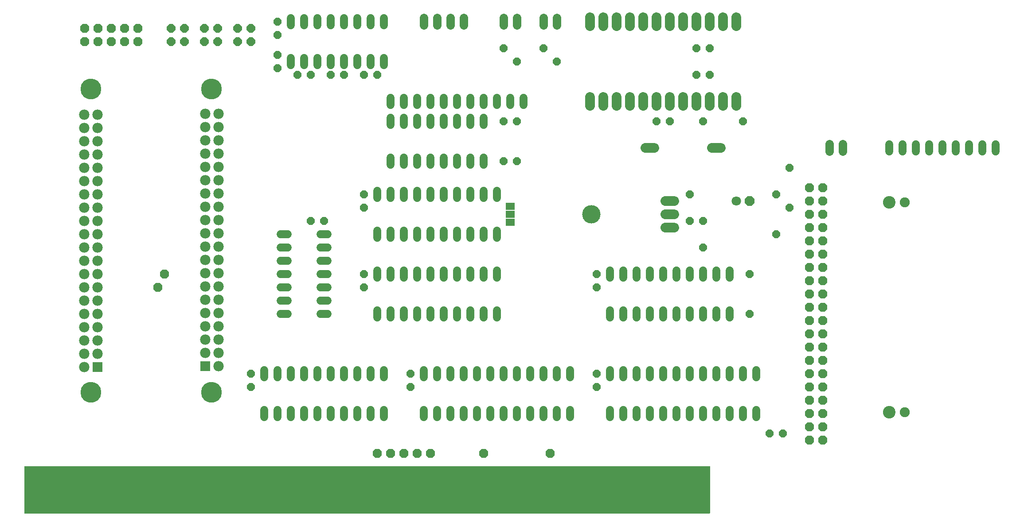
<source format=gbs>
G04 EAGLE Gerber RS-274X export*
G75*
%MOMM*%
%FSLAX34Y34*%
%LPD*%
%INSoldermask Bottom*%
%IPPOS*%
%AMOC8*
5,1,8,0,0,1.08239X$1,22.5*%
G01*
%ADD10R,1.983200X7.823200*%
%ADD11C,1.524000*%
%ADD12P,1.869504X8X22.500000*%
%ADD13C,1.625600*%
%ADD14P,1.649562X8X22.500000*%
%ADD15P,1.649562X8X112.500000*%
%ADD16R,1.981200X1.981200*%
%ADD17C,1.981200*%
%ADD18C,3.969200*%
%ADD19P,1.951982X8X22.500000*%
%ADD20C,1.803400*%
%ADD21P,1.649562X8X292.500000*%
%ADD22P,1.649562X8X202.500000*%
%ADD23R,1.803400X1.371600*%
%ADD24C,1.853200*%
%ADD25C,1.879600*%
%ADD26P,1.759533X8X22.500000*%
%ADD27C,3.505200*%
%ADD28C,1.903200*%
%ADD29C,2.403200*%
%ADD30P,1.869504X8X292.500000*%

G36*
X1308120Y-758D02*
X1308120Y-758D01*
X1308139Y-760D01*
X1308241Y-738D01*
X1308343Y-722D01*
X1308360Y-712D01*
X1308380Y-708D01*
X1308469Y-655D01*
X1308560Y-606D01*
X1308574Y-592D01*
X1308591Y-582D01*
X1308658Y-503D01*
X1308730Y-428D01*
X1308738Y-410D01*
X1308751Y-395D01*
X1308790Y-299D01*
X1308833Y-205D01*
X1308835Y-185D01*
X1308843Y-167D01*
X1308861Y0D01*
X1308861Y88900D01*
X1308858Y88920D01*
X1308860Y88939D01*
X1308838Y89041D01*
X1308822Y89143D01*
X1308812Y89160D01*
X1308808Y89180D01*
X1308755Y89269D01*
X1308706Y89360D01*
X1308692Y89374D01*
X1308682Y89391D01*
X1308603Y89458D01*
X1308528Y89530D01*
X1308510Y89538D01*
X1308495Y89551D01*
X1308399Y89590D01*
X1308305Y89633D01*
X1308285Y89635D01*
X1308267Y89643D01*
X1308100Y89661D01*
X0Y89661D01*
X-20Y89658D01*
X-39Y89660D01*
X-141Y89638D01*
X-243Y89622D01*
X-260Y89612D01*
X-280Y89608D01*
X-369Y89555D01*
X-460Y89506D01*
X-474Y89492D01*
X-491Y89482D01*
X-558Y89403D01*
X-630Y89328D01*
X-638Y89310D01*
X-651Y89295D01*
X-690Y89199D01*
X-733Y89105D01*
X-735Y89085D01*
X-743Y89067D01*
X-761Y88900D01*
X-761Y0D01*
X-758Y-20D01*
X-760Y-39D01*
X-738Y-141D01*
X-722Y-243D01*
X-712Y-260D01*
X-708Y-280D01*
X-655Y-369D01*
X-606Y-460D01*
X-592Y-474D01*
X-582Y-491D01*
X-503Y-558D01*
X-428Y-630D01*
X-410Y-638D01*
X-395Y-651D01*
X-299Y-690D01*
X-205Y-733D01*
X-185Y-735D01*
X-167Y-743D01*
X0Y-761D01*
X1308100Y-761D01*
X1308120Y-758D01*
G37*
D10*
X33380Y40872D03*
X58780Y40872D03*
X84180Y40872D03*
X109580Y40872D03*
X134980Y40872D03*
X160380Y40872D03*
X185780Y40872D03*
X211180Y40872D03*
X236580Y40872D03*
X261980Y40872D03*
X287380Y40872D03*
X312780Y40872D03*
X338180Y40872D03*
X363580Y40872D03*
X388980Y40872D03*
X414380Y40872D03*
X439780Y40872D03*
X465180Y40872D03*
X490580Y40872D03*
X515980Y40872D03*
X541380Y40872D03*
X566780Y40872D03*
X592180Y40872D03*
X617580Y40872D03*
X642980Y40872D03*
X668380Y40872D03*
X693780Y40872D03*
X719180Y40872D03*
X744580Y40872D03*
X769980Y40872D03*
X795380Y40872D03*
X820780Y40872D03*
X846180Y40872D03*
X871580Y40872D03*
X896980Y40872D03*
X922380Y40872D03*
X947780Y40872D03*
X973180Y40872D03*
X998580Y40872D03*
X1023980Y40872D03*
X1049380Y40872D03*
X1074780Y40872D03*
X1100180Y40872D03*
X1125580Y40872D03*
X1150980Y40872D03*
X1176380Y40872D03*
X1201780Y40872D03*
X1227180Y40872D03*
X1252580Y40872D03*
X1277980Y40872D03*
D11*
X762000Y183896D02*
X762000Y197104D01*
X787400Y197104D02*
X787400Y183896D01*
X812800Y183896D02*
X812800Y197104D01*
X838200Y197104D02*
X838200Y183896D01*
X863600Y183896D02*
X863600Y197104D01*
X889000Y197104D02*
X889000Y183896D01*
X914400Y183896D02*
X914400Y197104D01*
X939800Y197104D02*
X939800Y183896D01*
X965200Y183896D02*
X965200Y197104D01*
X990600Y197104D02*
X990600Y183896D01*
X1016000Y183896D02*
X1016000Y197104D01*
X1041400Y197104D02*
X1041400Y183896D01*
X1041400Y260096D02*
X1041400Y273304D01*
X1016000Y273304D02*
X1016000Y260096D01*
X990600Y260096D02*
X990600Y273304D01*
X965200Y273304D02*
X965200Y260096D01*
X939800Y260096D02*
X939800Y273304D01*
X914400Y273304D02*
X914400Y260096D01*
X889000Y260096D02*
X889000Y273304D01*
X863600Y273304D02*
X863600Y260096D01*
X838200Y260096D02*
X838200Y273304D01*
X812800Y273304D02*
X812800Y260096D01*
X787400Y260096D02*
X787400Y273304D01*
X762000Y273304D02*
X762000Y260096D01*
D12*
X876300Y114300D03*
D13*
X939800Y932688D02*
X939800Y946912D01*
X914400Y946912D02*
X914400Y932688D01*
X1016000Y932688D02*
X1016000Y946912D01*
X990600Y946912D02*
X990600Y932688D01*
D14*
X914400Y889000D03*
X990600Y889000D03*
X939800Y863600D03*
X1016000Y863600D03*
D12*
X723900Y114300D03*
X1003300Y114300D03*
X698500Y114300D03*
X749300Y114300D03*
X673100Y114300D03*
X774700Y114300D03*
D11*
X501904Y533400D02*
X488696Y533400D01*
X488696Y508000D02*
X501904Y508000D01*
X501904Y381000D02*
X488696Y381000D01*
X564896Y381000D02*
X578104Y381000D01*
X501904Y482600D02*
X488696Y482600D01*
X488696Y457200D02*
X501904Y457200D01*
X501904Y406400D02*
X488696Y406400D01*
X488696Y431800D02*
X501904Y431800D01*
X564896Y406400D02*
X578104Y406400D01*
X578104Y431800D02*
X564896Y431800D01*
X564896Y457200D02*
X578104Y457200D01*
X578104Y482600D02*
X564896Y482600D01*
X564896Y508000D02*
X578104Y508000D01*
X578104Y533400D02*
X564896Y533400D01*
X698500Y666496D02*
X698500Y679704D01*
X723900Y679704D02*
X723900Y666496D01*
X850900Y666496D02*
X850900Y679704D01*
X876300Y679704D02*
X876300Y666496D01*
X749300Y666496D02*
X749300Y679704D01*
X774700Y679704D02*
X774700Y666496D01*
X825500Y666496D02*
X825500Y679704D01*
X800100Y679704D02*
X800100Y666496D01*
X876300Y742696D02*
X876300Y755904D01*
X850900Y755904D02*
X850900Y742696D01*
X825500Y742696D02*
X825500Y755904D01*
X800100Y755904D02*
X800100Y742696D01*
X774700Y742696D02*
X774700Y755904D01*
X749300Y755904D02*
X749300Y742696D01*
X723900Y742696D02*
X723900Y755904D01*
X698500Y755904D02*
X698500Y742696D01*
D15*
X939800Y673100D03*
X939800Y749300D03*
X914400Y673100D03*
X914400Y749300D03*
D11*
X673100Y540004D02*
X673100Y526796D01*
X698500Y526796D02*
X698500Y540004D01*
X825500Y540004D02*
X825500Y526796D01*
X850900Y526796D02*
X850900Y540004D01*
X723900Y540004D02*
X723900Y526796D01*
X749300Y526796D02*
X749300Y540004D01*
X800100Y540004D02*
X800100Y526796D01*
X774700Y526796D02*
X774700Y540004D01*
X876300Y540004D02*
X876300Y526796D01*
X901700Y526796D02*
X901700Y540004D01*
X901700Y602996D02*
X901700Y616204D01*
X876300Y616204D02*
X876300Y602996D01*
X850900Y602996D02*
X850900Y616204D01*
X825500Y616204D02*
X825500Y602996D01*
X800100Y602996D02*
X800100Y616204D01*
X774700Y616204D02*
X774700Y602996D01*
X749300Y602996D02*
X749300Y616204D01*
X723900Y616204D02*
X723900Y602996D01*
X698500Y602996D02*
X698500Y616204D01*
X673100Y616204D02*
X673100Y602996D01*
D16*
X139000Y279400D03*
D17*
X113600Y279400D03*
X139000Y304800D03*
X113600Y304800D03*
X139000Y330200D03*
X113600Y330200D03*
X139000Y355600D03*
X113600Y355600D03*
X139000Y381000D03*
X113600Y381000D03*
X139000Y406400D03*
X113600Y406400D03*
X139000Y431800D03*
X113600Y431800D03*
X139000Y457200D03*
X113600Y457200D03*
X139000Y482600D03*
X113600Y482600D03*
X139000Y508000D03*
X113600Y508000D03*
X139000Y533400D03*
X113600Y533400D03*
X139000Y558800D03*
X113600Y558800D03*
X139000Y584200D03*
X113600Y584200D03*
X139000Y609600D03*
X113600Y609600D03*
X139000Y635000D03*
X113600Y635000D03*
X139000Y660400D03*
X113600Y660400D03*
X139000Y685800D03*
X113600Y685800D03*
X139000Y711200D03*
X113600Y711200D03*
X139000Y736600D03*
X113600Y736600D03*
X139000Y762000D03*
X113600Y762000D03*
D18*
X356300Y230700D03*
X126300Y230700D03*
X126300Y810700D03*
X356300Y810700D03*
D19*
X1384300Y596900D03*
D20*
X1358900Y596900D03*
D11*
X673100Y387604D02*
X673100Y374396D01*
X698500Y374396D02*
X698500Y387604D01*
X825500Y387604D02*
X825500Y374396D01*
X850900Y374396D02*
X850900Y387604D01*
X723900Y387604D02*
X723900Y374396D01*
X749300Y374396D02*
X749300Y387604D01*
X800100Y387604D02*
X800100Y374396D01*
X774700Y374396D02*
X774700Y387604D01*
X876300Y387604D02*
X876300Y374396D01*
X901700Y374396D02*
X901700Y387604D01*
X901700Y450596D02*
X901700Y463804D01*
X876300Y463804D02*
X876300Y450596D01*
X850900Y450596D02*
X850900Y463804D01*
X825500Y463804D02*
X825500Y450596D01*
X800100Y450596D02*
X800100Y463804D01*
X774700Y463804D02*
X774700Y450596D01*
X749300Y450596D02*
X749300Y463804D01*
X723900Y463804D02*
X723900Y450596D01*
X698500Y450596D02*
X698500Y463804D01*
X673100Y463804D02*
X673100Y450596D01*
D16*
X344660Y280550D03*
D17*
X370060Y280550D03*
X344660Y305950D03*
X370060Y305950D03*
X344660Y331350D03*
X370060Y331350D03*
X344660Y356750D03*
X370060Y356750D03*
X344660Y382150D03*
X370060Y382150D03*
X344660Y407550D03*
X370060Y407550D03*
X344660Y432950D03*
X370060Y432950D03*
X344660Y458350D03*
X370060Y458350D03*
X344660Y483750D03*
X370060Y483750D03*
X344660Y509150D03*
X370060Y509150D03*
X344660Y534550D03*
X370060Y534550D03*
X344660Y559950D03*
X370060Y559950D03*
X344660Y585350D03*
X370060Y585350D03*
X344660Y610750D03*
X370060Y610750D03*
X344660Y636150D03*
X370060Y636150D03*
X344660Y661550D03*
X370060Y661550D03*
X344660Y686950D03*
X370060Y686950D03*
X344660Y712350D03*
X370060Y712350D03*
X344660Y737750D03*
X370060Y737750D03*
X344660Y763150D03*
X370060Y763150D03*
D14*
X1422400Y152400D03*
X1447800Y152400D03*
D21*
X647700Y609600D03*
X647700Y584200D03*
X647700Y457200D03*
X647700Y431800D03*
D22*
X1308100Y889000D03*
X1282700Y889000D03*
D21*
X736600Y266700D03*
X736600Y241300D03*
X1092200Y266700D03*
X1092200Y241300D03*
D23*
X927100Y556260D03*
X927100Y571500D03*
X927100Y586740D03*
D24*
X1358900Y931550D02*
X1358900Y948050D01*
X1333500Y948050D02*
X1333500Y931550D01*
X1308100Y931550D02*
X1308100Y948050D01*
X1282700Y948050D02*
X1282700Y931550D01*
X1257300Y931550D02*
X1257300Y948050D01*
X1231900Y948050D02*
X1231900Y931550D01*
X1206500Y931550D02*
X1206500Y948050D01*
X1181100Y948050D02*
X1181100Y931550D01*
X1155700Y931550D02*
X1155700Y948050D01*
X1130300Y948050D02*
X1130300Y931550D01*
X1104900Y931550D02*
X1104900Y948050D01*
X1079500Y948050D02*
X1079500Y931550D01*
X1079500Y795650D02*
X1079500Y779150D01*
X1104900Y779150D02*
X1104900Y795650D01*
X1130300Y795650D02*
X1130300Y779150D01*
X1155700Y779150D02*
X1155700Y795650D01*
X1181100Y795650D02*
X1181100Y779150D01*
X1206500Y779150D02*
X1206500Y795650D01*
X1231900Y795650D02*
X1231900Y779150D01*
X1257300Y779150D02*
X1257300Y795650D01*
X1282700Y795650D02*
X1282700Y779150D01*
X1308100Y779150D02*
X1308100Y795650D01*
X1333500Y795650D02*
X1333500Y779150D01*
X1358900Y779150D02*
X1358900Y795650D01*
D14*
X1295400Y749300D03*
X1371600Y749300D03*
D22*
X1231900Y749300D03*
X1206500Y749300D03*
D25*
X1202182Y698500D02*
X1185418Y698500D01*
X1312418Y698500D02*
X1329182Y698500D01*
D21*
X1092200Y457200D03*
X1092200Y431800D03*
D12*
X254000Y431800D03*
X266700Y457200D03*
D11*
X457200Y197104D02*
X457200Y183896D01*
X482600Y183896D02*
X482600Y197104D01*
X609600Y197104D02*
X609600Y183896D01*
X635000Y183896D02*
X635000Y197104D01*
X508000Y197104D02*
X508000Y183896D01*
X533400Y183896D02*
X533400Y197104D01*
X584200Y197104D02*
X584200Y183896D01*
X558800Y183896D02*
X558800Y197104D01*
X660400Y197104D02*
X660400Y183896D01*
X685800Y183896D02*
X685800Y197104D01*
X685800Y260096D02*
X685800Y273304D01*
X660400Y273304D02*
X660400Y260096D01*
X635000Y260096D02*
X635000Y273304D01*
X609600Y273304D02*
X609600Y260096D01*
X584200Y260096D02*
X584200Y273304D01*
X558800Y273304D02*
X558800Y260096D01*
X533400Y260096D02*
X533400Y273304D01*
X508000Y273304D02*
X508000Y260096D01*
X482600Y260096D02*
X482600Y273304D01*
X457200Y273304D02*
X457200Y260096D01*
D21*
X431800Y266700D03*
X431800Y241300D03*
D11*
X508000Y856996D02*
X508000Y870204D01*
X533400Y870204D02*
X533400Y856996D01*
X660400Y856996D02*
X660400Y870204D01*
X685800Y870204D02*
X685800Y856996D01*
X558800Y856996D02*
X558800Y870204D01*
X584200Y870204D02*
X584200Y856996D01*
X635000Y856996D02*
X635000Y870204D01*
X609600Y870204D02*
X609600Y856996D01*
X685800Y933196D02*
X685800Y946404D01*
X660400Y946404D02*
X660400Y933196D01*
X635000Y933196D02*
X635000Y946404D01*
X609600Y946404D02*
X609600Y933196D01*
X584200Y933196D02*
X584200Y946404D01*
X558800Y946404D02*
X558800Y933196D01*
X533400Y933196D02*
X533400Y946404D01*
X508000Y946404D02*
X508000Y933196D01*
D14*
X520700Y838200D03*
X546100Y838200D03*
X584200Y838200D03*
X609600Y838200D03*
D15*
X482600Y850900D03*
X482600Y876300D03*
D22*
X673100Y838200D03*
X647700Y838200D03*
D15*
X482600Y914400D03*
X482600Y939800D03*
D26*
X279400Y901700D03*
X304800Y901700D03*
X279400Y927100D03*
X304800Y927100D03*
X342900Y901700D03*
X368300Y901700D03*
X342900Y927100D03*
X368300Y927100D03*
X406400Y901700D03*
X431800Y901700D03*
X406400Y927100D03*
X431800Y927100D03*
D12*
X114300Y901700D03*
X139700Y901700D03*
X165100Y901700D03*
X190500Y901700D03*
X215900Y901700D03*
X114300Y927100D03*
X139700Y927100D03*
X165100Y927100D03*
X190500Y927100D03*
X215900Y927100D03*
D11*
X952500Y794004D02*
X952500Y780796D01*
X927100Y780796D02*
X927100Y794004D01*
X901700Y794004D02*
X901700Y780796D01*
X876300Y780796D02*
X876300Y794004D01*
X850900Y794004D02*
X850900Y780796D01*
X825500Y780796D02*
X825500Y794004D01*
X800100Y794004D02*
X800100Y780796D01*
X774700Y780796D02*
X774700Y794004D01*
X749300Y794004D02*
X749300Y780796D01*
X723900Y780796D02*
X723900Y794004D01*
X698500Y794004D02*
X698500Y780796D01*
D25*
X1223518Y546100D02*
X1240282Y546100D01*
X1240282Y571500D02*
X1223518Y571500D01*
X1223518Y596900D02*
X1240282Y596900D01*
D27*
X1082040Y571500D03*
D21*
X1270000Y609600D03*
X1270000Y558800D03*
D15*
X1295400Y508000D03*
X1295400Y558800D03*
D11*
X1117600Y197104D02*
X1117600Y183896D01*
X1143000Y183896D02*
X1143000Y197104D01*
X1168400Y197104D02*
X1168400Y183896D01*
X1193800Y183896D02*
X1193800Y197104D01*
X1219200Y197104D02*
X1219200Y183896D01*
X1244600Y183896D02*
X1244600Y197104D01*
X1270000Y197104D02*
X1270000Y183896D01*
X1295400Y183896D02*
X1295400Y197104D01*
X1320800Y197104D02*
X1320800Y183896D01*
X1346200Y183896D02*
X1346200Y197104D01*
X1371600Y197104D02*
X1371600Y183896D01*
X1397000Y183896D02*
X1397000Y197104D01*
X1397000Y260096D02*
X1397000Y273304D01*
X1371600Y273304D02*
X1371600Y260096D01*
X1346200Y260096D02*
X1346200Y273304D01*
X1320800Y273304D02*
X1320800Y260096D01*
X1295400Y260096D02*
X1295400Y273304D01*
X1270000Y273304D02*
X1270000Y260096D01*
X1244600Y260096D02*
X1244600Y273304D01*
X1219200Y273304D02*
X1219200Y260096D01*
X1193800Y260096D02*
X1193800Y273304D01*
X1168400Y273304D02*
X1168400Y260096D01*
X1143000Y260096D02*
X1143000Y273304D01*
X1117600Y273304D02*
X1117600Y260096D01*
X1117600Y374396D02*
X1117600Y387604D01*
X1143000Y387604D02*
X1143000Y374396D01*
X1270000Y374396D02*
X1270000Y387604D01*
X1295400Y387604D02*
X1295400Y374396D01*
X1168400Y374396D02*
X1168400Y387604D01*
X1193800Y387604D02*
X1193800Y374396D01*
X1244600Y374396D02*
X1244600Y387604D01*
X1219200Y387604D02*
X1219200Y374396D01*
X1320800Y374396D02*
X1320800Y387604D01*
X1346200Y387604D02*
X1346200Y374396D01*
X1346200Y450596D02*
X1346200Y463804D01*
X1320800Y463804D02*
X1320800Y450596D01*
X1295400Y450596D02*
X1295400Y463804D01*
X1270000Y463804D02*
X1270000Y450596D01*
X1244600Y450596D02*
X1244600Y463804D01*
X1219200Y463804D02*
X1219200Y450596D01*
X1193800Y450596D02*
X1193800Y463804D01*
X1168400Y463804D02*
X1168400Y450596D01*
X1143000Y450596D02*
X1143000Y463804D01*
X1117600Y463804D02*
X1117600Y450596D01*
D28*
X1681000Y192900D03*
X1681000Y594500D03*
D29*
X1651000Y192900D03*
X1651000Y594500D03*
D15*
X1460500Y584200D03*
X1460500Y660400D03*
X1435100Y533400D03*
X1435100Y609600D03*
D21*
X1384300Y457200D03*
X1384300Y381000D03*
D30*
X1498600Y622300D03*
X1498600Y596900D03*
X1498600Y571500D03*
X1498600Y546100D03*
X1498600Y520700D03*
X1498600Y495300D03*
X1524000Y622300D03*
X1524000Y596900D03*
X1524000Y571500D03*
X1524000Y546100D03*
X1524000Y520700D03*
X1524000Y495300D03*
X1498600Y469900D03*
X1524000Y469900D03*
X1498600Y444500D03*
X1498600Y419100D03*
X1498600Y393700D03*
X1498600Y368300D03*
X1498600Y342900D03*
X1498600Y317500D03*
X1524000Y444500D03*
X1524000Y419100D03*
X1524000Y393700D03*
X1524000Y368300D03*
X1524000Y342900D03*
X1524000Y317500D03*
X1498600Y292100D03*
X1524000Y292100D03*
X1498600Y266700D03*
X1498600Y241300D03*
X1498600Y215900D03*
X1498600Y190500D03*
X1498600Y165100D03*
X1498600Y139700D03*
X1524000Y266700D03*
X1524000Y241300D03*
X1524000Y215900D03*
X1524000Y190500D03*
X1524000Y165100D03*
X1524000Y139700D03*
D13*
X1562100Y691388D02*
X1562100Y705612D01*
X1536700Y705612D02*
X1536700Y691388D01*
D22*
X571500Y558800D03*
X546100Y558800D03*
D13*
X762000Y932688D02*
X762000Y946912D01*
X787400Y946912D02*
X787400Y932688D01*
X812800Y932688D02*
X812800Y946912D01*
X838200Y946912D02*
X838200Y932688D01*
D11*
X1651000Y705104D02*
X1651000Y691896D01*
X1676400Y691896D02*
X1676400Y705104D01*
X1701800Y705104D02*
X1701800Y691896D01*
X1727200Y691896D02*
X1727200Y705104D01*
X1752600Y705104D02*
X1752600Y691896D01*
X1778000Y691896D02*
X1778000Y705104D01*
X1803400Y705104D02*
X1803400Y691896D01*
X1828800Y691896D02*
X1828800Y705104D01*
X1854200Y705104D02*
X1854200Y691896D01*
D22*
X1308100Y838200D03*
X1282700Y838200D03*
M02*

</source>
